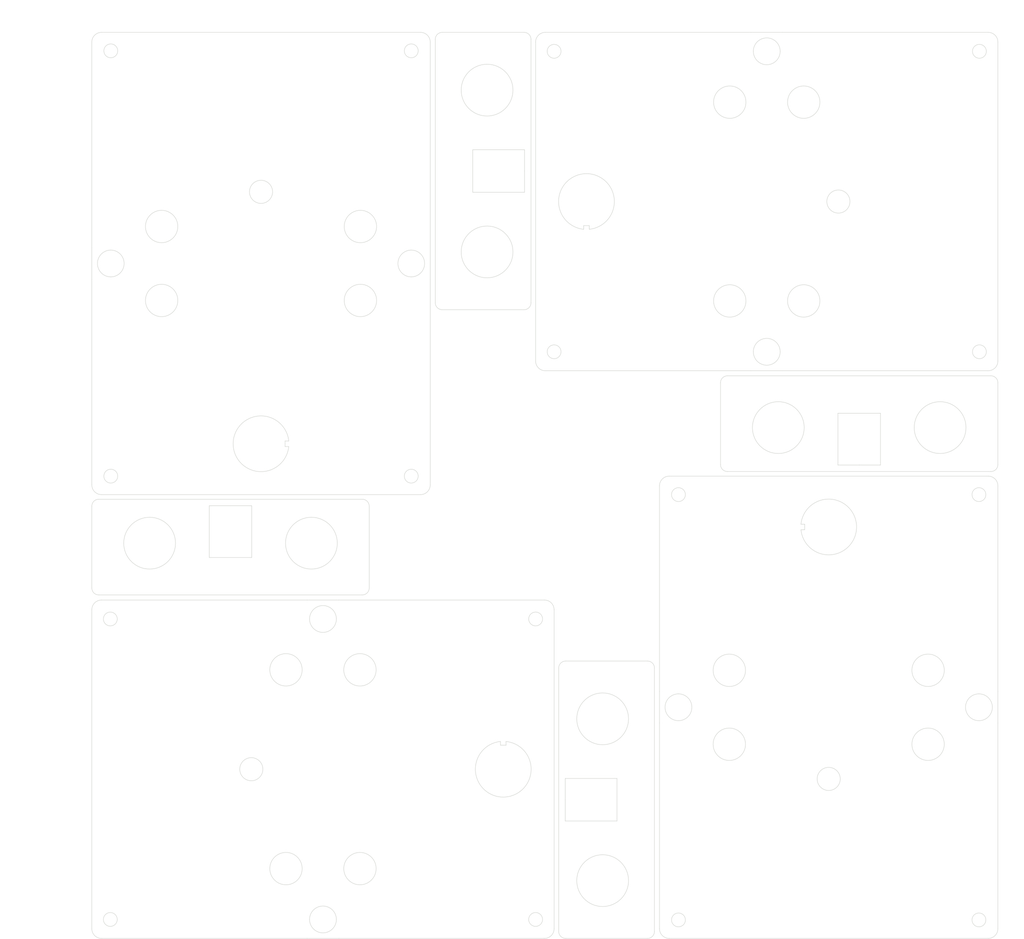
<source format=kicad_pcb>
(kicad_pcb (version 20171130) (host pcbnew "(5.1.6)-1")

  (general
    (thickness 1.6)
    (drawings 288)
    (tracks 0)
    (zones 0)
    (modules 0)
    (nets 1)
  )

  (page A4)
  (layers
    (0 F.Cu signal)
    (31 B.Cu signal)
    (32 B.Adhes user)
    (33 F.Adhes user)
    (34 B.Paste user)
    (35 F.Paste user)
    (36 B.SilkS user)
    (37 F.SilkS user)
    (38 B.Mask user)
    (39 F.Mask user)
    (40 Dwgs.User user)
    (41 Cmts.User user)
    (42 Eco1.User user hide)
    (43 Eco2.User user)
    (44 Edge.Cuts user)
    (45 Margin user)
    (46 B.CrtYd user)
    (47 F.CrtYd user)
    (48 B.Fab user)
    (49 F.Fab user)
  )

  (setup
    (last_trace_width 0.25)
    (user_trace_width 0.3)
    (user_trace_width 0.4)
    (user_trace_width 0.5)
    (user_trace_width 0.75)
    (user_trace_width 1)
    (user_trace_width 2)
    (user_trace_width 3)
    (user_trace_width 0.3)
    (user_trace_width 0.4)
    (user_trace_width 0.5)
    (user_trace_width 0.75)
    (user_trace_width 1)
    (user_trace_width 2)
    (user_trace_width 3)
    (user_trace_width 0.3)
    (user_trace_width 0.4)
    (user_trace_width 0.5)
    (user_trace_width 0.75)
    (user_trace_width 1)
    (user_trace_width 2)
    (user_trace_width 3)
    (trace_clearance 0.2)
    (zone_clearance 0.5)
    (zone_45_only yes)
    (trace_min 0.16)
    (via_size 0.8)
    (via_drill 0.4)
    (via_min_size 0.4)
    (via_min_drill 0.3)
    (user_via 0.65 0.3)
    (user_via 0.65 0.3)
    (user_via 0.65 0.3)
    (uvia_size 0.3)
    (uvia_drill 0.1)
    (uvias_allowed no)
    (uvia_min_size 0.2)
    (uvia_min_drill 0.1)
    (edge_width 0.1)
    (segment_width 0.2)
    (pcb_text_width 0.3)
    (pcb_text_size 1.5 1.5)
    (mod_edge_width 0.15)
    (mod_text_size 1 1)
    (mod_text_width 0.15)
    (pad_size 5.5 5.5)
    (pad_drill 3.2)
    (pad_to_mask_clearance 0.05)
    (aux_axis_origin 110.9 49)
    (grid_origin 110.9 49)
    (visible_elements 7FFFFFFF)
    (pcbplotparams
      (layerselection 0x01000_7ffffffe)
      (usegerberextensions false)
      (usegerberattributes false)
      (usegerberadvancedattributes false)
      (creategerberjobfile false)
      (excludeedgelayer true)
      (linewidth 0.100000)
      (plotframeref false)
      (viasonmask false)
      (mode 1)
      (useauxorigin true)
      (hpglpennumber 1)
      (hpglpenspeed 20)
      (hpglpendiameter 15.000000)
      (psnegative false)
      (psa4output false)
      (plotreference true)
      (plotvalue true)
      (plotinvisibletext false)
      (padsonsilk false)
      (subtractmaskfromsilk true)
      (outputformat 3)
      (mirror false)
      (drillshape 0)
      (scaleselection 1)
      (outputdirectory "アクリル/"))
  )

  (net 0 "")

  (net_class Default "これはデフォルトのネット クラスです。"
    (clearance 0.2)
    (trace_width 0.25)
    (via_dia 0.8)
    (via_drill 0.4)
    (uvia_dia 0.3)
    (uvia_drill 0.1)
  )

  (dimension 196 (width 0.15) (layer Cmts.User)
    (gr_text "196.000 mm" (at 208.9 44.8) (layer Cmts.User)
      (effects (font (size 1 1) (thickness 0.15)))
    )
    (feature1 (pts (xy 110.9 242.9) (xy 110.9 45.513579)))
    (feature2 (pts (xy 306.9 242.9) (xy 306.9 45.513579)))
    (crossbar (pts (xy 306.9 46.1) (xy 110.9 46.1)))
    (arrow1a (pts (xy 110.9 46.1) (xy 112.026504 45.513579)))
    (arrow1b (pts (xy 110.9 46.1) (xy 112.026504 46.686421)))
    (arrow2a (pts (xy 306.9 46.1) (xy 305.773496 45.513579)))
    (arrow2b (pts (xy 306.9 46.1) (xy 305.773496 46.686421)))
  )
  (dimension 196 (width 0.15) (layer Cmts.User)
    (gr_text "196.000 mm" (at 311.2 147 270) (layer Cmts.User)
      (effects (font (size 1 1) (thickness 0.15)))
    )
    (feature1 (pts (xy 113 245) (xy 310.486421 245)))
    (feature2 (pts (xy 113 49) (xy 310.486421 49)))
    (crossbar (pts (xy 309.9 49) (xy 309.9 245)))
    (arrow1a (pts (xy 309.9 245) (xy 309.313579 243.873496)))
    (arrow1b (pts (xy 309.9 245) (xy 310.486421 243.873496)))
    (arrow2a (pts (xy 309.9 49) (xy 309.313579 50.126504)))
    (arrow2b (pts (xy 309.9 49) (xy 310.486421 50.126504)))
  )
  (gr_arc (start 304.8 147.1) (end 306.9 147.1) (angle -90) (layer Edge.Cuts) (width 0.1) (tstamp 600BA104))
  (gr_arc (start 235.8 242.9) (end 233.7 242.9) (angle -90) (layer Edge.Cuts) (width 0.1) (tstamp 600BA103))
  (gr_line (start 304.8 145) (end 235.8 145) (layer Edge.Cuts) (width 0.1) (tstamp 600BA102))
  (gr_circle (center 302.8 241) (end 301.3 241) (layer Edge.Cuts) (width 0.1) (tstamp 600BA101))
  (gr_arc (start 304.8 242.9) (end 304.8 245) (angle -90) (layer Edge.Cuts) (width 0.1) (tstamp 600BA100))
  (gr_circle (center 237.8 149) (end 236.3 149) (layer Edge.Cuts) (width 0.1) (tstamp 600BA0FF))
  (gr_line (start 235.8 245) (end 304.8 245) (layer Edge.Cuts) (width 0.1) (tstamp 600BA0FE))
  (gr_line (start 233.7 198.4) (end 233.7 242.9) (layer Edge.Cuts) (width 0.1) (tstamp 600BA0FD))
  (gr_arc (start 235.8 147.1) (end 235.8 145) (angle -90) (layer Edge.Cuts) (width 0.1) (tstamp 600BA0FC))
  (gr_circle (center 248.8 187) (end 245.3 187) (layer Edge.Cuts) (width 0.1) (tstamp 600BA0FB))
  (gr_circle (center 248.8 203) (end 245.3 203) (layer Edge.Cuts) (width 0.1) (tstamp 600BA0FA))
  (gr_line (start 306.9 198.4) (end 306.9 191.6) (layer Edge.Cuts) (width 0.1) (tstamp 600BA0F9))
  (gr_line (start 233.7 198.4) (end 233.7 191.6) (layer Edge.Cuts) (width 0.1) (tstamp 600BA0F8))
  (gr_circle (center 291.8 203) (end 288.3 203) (layer Edge.Cuts) (width 0.1) (tstamp 600BA0F7))
  (gr_circle (center 291.8 187) (end 288.3 187) (layer Edge.Cuts) (width 0.1) (tstamp 600BA0F6))
  (gr_arc (start 237.8 195) (end 237.8 192.1) (angle -180) (layer Edge.Cuts) (width 0.1) (tstamp 600BA0F5))
  (gr_arc (start 302.8 195) (end 302.8 197.9) (angle -180) (layer Edge.Cuts) (width 0.1) (tstamp 600BA0F4))
  (gr_arc (start 302.8 195) (end 302.8 192.1) (angle -180) (layer Edge.Cuts) (width 0.1) (tstamp 600BA0F3))
  (gr_line (start 306.9 147.1) (end 306.9 191.6) (layer Edge.Cuts) (width 0.1) (tstamp 600BA0F2))
  (gr_line (start 306.9 198.4) (end 306.9 242.9) (layer Edge.Cuts) (width 0.1) (tstamp 600BA0F1))
  (gr_circle (center 302.8 149) (end 304.3 149) (layer Edge.Cuts) (width 0.1) (tstamp 600BA0F0))
  (gr_line (start 233.7 191.6) (end 233.7 147.1) (layer Edge.Cuts) (width 0.1) (tstamp 600BA0EF))
  (gr_arc (start 237.8 195) (end 237.8 197.9) (angle -180) (layer Edge.Cuts) (width 0.1) (tstamp 600BA0EE))
  (gr_circle (center 237.8 241) (end 236.3 241) (layer Edge.Cuts) (width 0.1) (tstamp 600BA0ED))
  (gr_line (start 217.3 91.599999) (end 217.3 90.8) (layer Edge.Cuts) (width 0.1) (tstamp 600BA0EC))
  (gr_line (start 209 49) (end 253.5 49) (layer Edge.Cuts) (width 0.1) (tstamp 600BA0EB))
  (gr_line (start 305.4 144) (end 248.4 144) (layer Edge.Cuts) (width 0.1) (tstamp 600BA0EA))
  (gr_arc (start 256.9 53.1) (end 254 53.1) (angle -180) (layer Edge.Cuts) (width 0.1) (tstamp 600BA0E9))
  (gr_line (start 253.5 122.2) (end 209 122.2) (layer Edge.Cuts) (width 0.1) (tstamp 600BA0E8))
  (gr_line (start 248.4 123.3) (end 305.4 123.3) (layer Edge.Cuts) (width 0.1) (tstamp 600BA0E7))
  (gr_arc (start 256.9 118.1) (end 254 118.1) (angle -180) (layer Edge.Cuts) (width 0.1) (tstamp 600BA0E6))
  (gr_line (start 281.5 131.4) (end 272.3 131.4) (layer Edge.Cuts) (width 0.1) (tstamp 600BA0E5))
  (gr_line (start 272.3 131.4) (end 272.3 142.6) (layer Edge.Cuts) (width 0.1) (tstamp 600BA0E4))
  (gr_line (start 276.9 142.6) (end 281.5 142.6) (layer Edge.Cuts) (width 0.1) (tstamp 600BA0E3))
  (gr_arc (start 217.9 85.6) (end 218.5 91.599999) (angle -348.5788118) (layer Edge.Cuts) (width 0.1) (tstamp 600BA0E2))
  (gr_circle (center 210.9 53.1) (end 210.9 51.6) (layer Edge.Cuts) (width 0.1) (tstamp 600BA0E1))
  (gr_arc (start 256.9 118.1) (end 259.8 118.1) (angle -180) (layer Edge.Cuts) (width 0.1) (tstamp 600BA0E0))
  (gr_line (start 272.3 142.6) (end 276.9 142.6) (layer Edge.Cuts) (width 0.1) (tstamp 600BA0DF))
  (gr_line (start 260.3 122.2) (end 253.5 122.2) (layer Edge.Cuts) (width 0.1) (tstamp 600BA0DE))
  (gr_arc (start 256.9 53.1) (end 259.8 53.1) (angle -180) (layer Edge.Cuts) (width 0.1) (tstamp 600BA0DD))
  (gr_line (start 246.9 142.5) (end 246.9 124.8) (layer Edge.Cuts) (width 0.1) (tstamp 600BA0DC))
  (gr_line (start 260.3 49) (end 304.8 49) (layer Edge.Cuts) (width 0.1) (tstamp 600BA0DB))
  (gr_line (start 260.3 49) (end 253.5 49) (layer Edge.Cuts) (width 0.1) (tstamp 600BA0DA))
  (gr_circle (center 264.9 64.1) (end 264.9 67.6) (layer Edge.Cuts) (width 0.1) (tstamp 600BA0D9))
  (gr_circle (center 248.9 64.1) (end 248.9 67.6) (layer Edge.Cuts) (width 0.1) (tstamp 600BA0D8))
  (gr_circle (center 302.9 118.1) (end 302.9 119.6) (layer Edge.Cuts) (width 0.1) (tstamp 600BA0D7))
  (gr_arc (start 248.4 124.8) (end 248.4 123.3) (angle -90) (layer Edge.Cuts) (width 0.1) (tstamp 600BA0D6))
  (gr_line (start 264.300001 155.4) (end 265.1 155.4) (layer Edge.Cuts) (width 0.1) (tstamp 600BA0D5))
  (gr_line (start 224.5 219.6) (end 224.5 210.4) (layer Edge.Cuts) (width 0.1) (tstamp 600BA0D4))
  (gr_line (start 213.3 210.4) (end 213.3 215) (layer Edge.Cuts) (width 0.1) (tstamp 600BA0D3))
  (gr_line (start 224.5 210.4) (end 213.3 210.4) (layer Edge.Cuts) (width 0.1) (tstamp 600BA0D2))
  (gr_line (start 211.9 243.5) (end 211.9 186.5) (layer Edge.Cuts) (width 0.1) (tstamp 600BA0D1))
  (gr_arc (start 270.3 156) (end 264.300001 156.6) (angle -348.5788118) (layer Edge.Cuts) (width 0.1) (tstamp 600BA0D0))
  (gr_line (start 213.3 215) (end 213.3 219.6) (layer Edge.Cuts) (width 0.1) (tstamp 600BA0CF))
  (gr_line (start 213.4 185) (end 231.1 185) (layer Edge.Cuts) (width 0.1) (tstamp 600BA0CE))
  (gr_arc (start 231.1 186.5) (end 232.6 186.5) (angle -90) (layer Edge.Cuts) (width 0.1) (tstamp 600BA0CD))
  (gr_line (start 232.6 186.5) (end 232.6 243.5) (layer Edge.Cuts) (width 0.1) (tstamp 600BA0CC))
  (gr_arc (start 213.4 243.5) (end 211.9 243.5) (angle -90) (layer Edge.Cuts) (width 0.1) (tstamp 600BA0CB))
  (gr_arc (start 231.1 243.5) (end 231.1 245) (angle -90) (layer Edge.Cuts) (width 0.1) (tstamp 600BA0CA))
  (gr_circle (center 270.3 210.5) (end 267.8 210.5) (layer Edge.Cuts) (width 0.1) (tstamp 600BA0C9))
  (gr_line (start 265.1 156.6) (end 264.300001 156.6) (layer Edge.Cuts) (width 0.1) (tstamp 600BA0C8))
  (gr_line (start 213.3 219.6) (end 224.5 219.6) (layer Edge.Cuts) (width 0.1) (tstamp 600BA0C7))
  (gr_line (start 265.1 155.4) (end 265.1 156.6) (layer Edge.Cuts) (width 0.1) (tstamp 600BA0C6))
  (gr_line (start 213.4 245) (end 231.1 245) (layer Edge.Cuts) (width 0.1) (tstamp 600BA0C5))
  (gr_arc (start 213.4 186.5) (end 213.4 185) (angle -90) (layer Edge.Cuts) (width 0.1) (tstamp 600BA0C4))
  (gr_arc (start 305.4 142.5) (end 305.4 144) (angle -90) (layer Edge.Cuts) (width 0.1) (tstamp 600BA0C3))
  (gr_arc (start 305.4 124.8) (end 306.9 124.8) (angle -90) (layer Edge.Cuts) (width 0.1) (tstamp 600BA0C2))
  (gr_circle (center 272.4 85.6) (end 272.4 88.1) (layer Edge.Cuts) (width 0.1) (tstamp 600BA0C1))
  (gr_line (start 218.5 90.8) (end 218.5 91.599999) (layer Edge.Cuts) (width 0.1) (tstamp 600BA0C0))
  (gr_line (start 281.5 142.6) (end 281.5 131.4) (layer Edge.Cuts) (width 0.1) (tstamp 600BA0BF))
  (gr_line (start 217.3 90.8) (end 218.5 90.8) (layer Edge.Cuts) (width 0.1) (tstamp 600BA0BE))
  (gr_arc (start 248.4 142.5) (end 246.9 142.5) (angle -90) (layer Edge.Cuts) (width 0.1) (tstamp 600BA0BD))
  (gr_line (start 306.9 142.5) (end 306.9 124.8) (layer Edge.Cuts) (width 0.1) (tstamp 600BA0BC))
  (gr_circle (center 294.4 134.5) (end 294.4 128.9) (layer Edge.Cuts) (width 0.1) (tstamp 600BA0BB))
  (gr_circle (center 259.4 134.5) (end 259.4 128.9) (layer Edge.Cuts) (width 0.1) (tstamp 600BA0BA))
  (gr_line (start 206.9 51.1) (end 206.9 120.1) (layer Edge.Cuts) (width 0.1) (tstamp 600BA0B9))
  (gr_circle (center 210.9 118.1) (end 210.9 119.6) (layer Edge.Cuts) (width 0.1) (tstamp 600BA0B8))
  (gr_arc (start 209 51.1) (end 209 49) (angle -90) (layer Edge.Cuts) (width 0.1) (tstamp 600BA0B7))
  (gr_arc (start 304.8 120.1) (end 304.8 122.2) (angle -90) (layer Edge.Cuts) (width 0.1) (tstamp 600BA0B6))
  (gr_arc (start 304.8 51.1) (end 306.9 51.1) (angle -90) (layer Edge.Cuts) (width 0.1) (tstamp 600BA0B5))
  (gr_circle (center 264.9 107.1) (end 264.9 110.6) (layer Edge.Cuts) (width 0.1) (tstamp 600BA0B4))
  (gr_line (start 306.9 120.1) (end 306.9 51.1) (layer Edge.Cuts) (width 0.1) (tstamp 600BA0B3))
  (gr_circle (center 302.9 53.1) (end 302.9 54.6) (layer Edge.Cuts) (width 0.1) (tstamp 600BA0B2))
  (gr_circle (center 248.9 107.1) (end 248.9 110.6) (layer Edge.Cuts) (width 0.1) (tstamp 600BA0B1))
  (gr_arc (start 209 120.1) (end 206.9 120.1) (angle -90) (layer Edge.Cuts) (width 0.1) (tstamp 600BA0B0))
  (gr_line (start 260.3 122.2) (end 304.8 122.2) (layer Edge.Cuts) (width 0.1) (tstamp 600BA0AF))
  (gr_circle (center 221.4 197.5) (end 227 197.5) (layer Edge.Cuts) (width 0.1) (tstamp 600BA0AE))
  (gr_circle (center 221.4 232.5) (end 227 232.5) (layer Edge.Cuts) (width 0.1) (tstamp 600BA0AD))
  (gr_arc (start 208.8 242.9) (end 208.8 245) (angle -90) (layer Edge.Cuts) (width 0.1) (tstamp 600B9F77))
  (gr_arc (start 113 173.9) (end 113 171.8) (angle -90) (layer Edge.Cuts) (width 0.1) (tstamp 600B9F76))
  (gr_line (start 210.9 242.9) (end 210.9 173.9) (layer Edge.Cuts) (width 0.1) (tstamp 600B9F75))
  (gr_circle (center 114.9 240.9) (end 114.9 239.4) (layer Edge.Cuts) (width 0.1) (tstamp 600B9F74))
  (gr_arc (start 113 242.9) (end 110.9 242.9) (angle -90) (layer Edge.Cuts) (width 0.1) (tstamp 600B9F73))
  (gr_circle (center 206.9 175.9) (end 206.9 174.4) (layer Edge.Cuts) (width 0.1) (tstamp 600B9F72))
  (gr_line (start 110.9 173.9) (end 110.9 242.9) (layer Edge.Cuts) (width 0.1) (tstamp 600B9F71))
  (gr_line (start 157.5 171.8) (end 113 171.8) (layer Edge.Cuts) (width 0.1) (tstamp 600B9F70))
  (gr_arc (start 208.8 173.9) (end 210.9 173.9) (angle -90) (layer Edge.Cuts) (width 0.1) (tstamp 600B9F6F))
  (gr_circle (center 168.9 186.9) (end 168.9 183.4) (layer Edge.Cuts) (width 0.1) (tstamp 600B9F6E))
  (gr_circle (center 152.9 186.9) (end 152.9 183.4) (layer Edge.Cuts) (width 0.1) (tstamp 600B9F6D))
  (gr_line (start 157.5 245) (end 164.3 245) (layer Edge.Cuts) (width 0.1) (tstamp 600B9F6C))
  (gr_line (start 157.5 171.8) (end 164.3 171.8) (layer Edge.Cuts) (width 0.1) (tstamp 600B9F6B))
  (gr_circle (center 152.9 229.9) (end 152.9 226.4) (layer Edge.Cuts) (width 0.1) (tstamp 600B9F6A))
  (gr_circle (center 168.9 229.9) (end 168.9 226.4) (layer Edge.Cuts) (width 0.1) (tstamp 600B9F69))
  (gr_arc (start 160.9 175.9) (end 163.8 175.9) (angle -180) (layer Edge.Cuts) (width 0.1) (tstamp 600B9F68))
  (gr_arc (start 160.9 240.9) (end 158 240.9) (angle -180) (layer Edge.Cuts) (width 0.1) (tstamp 600B9F67))
  (gr_arc (start 160.9 240.9) (end 163.8 240.9) (angle -180) (layer Edge.Cuts) (width 0.1) (tstamp 600B9F66))
  (gr_line (start 208.8 245) (end 164.3 245) (layer Edge.Cuts) (width 0.1) (tstamp 600B9F65))
  (gr_line (start 157.5 245) (end 113 245) (layer Edge.Cuts) (width 0.1) (tstamp 600B9F64))
  (gr_circle (center 206.9 240.9) (end 206.9 242.4) (layer Edge.Cuts) (width 0.1) (tstamp 600B9F63))
  (gr_line (start 164.3 171.8) (end 208.8 171.8) (layer Edge.Cuts) (width 0.1) (tstamp 600B9F62))
  (gr_arc (start 160.9 175.9) (end 158 175.9) (angle -180) (layer Edge.Cuts) (width 0.1) (tstamp 600B9F61))
  (gr_circle (center 114.9 175.9) (end 114.9 174.4) (layer Edge.Cuts) (width 0.1) (tstamp 600B9F60))
  (gr_line (start 200.5 202.400001) (end 200.5 203.2) (layer Edge.Cuts) (width 0.1) (tstamp 600B9F5F))
  (gr_line (start 136.3 162.6) (end 145.5 162.6) (layer Edge.Cuts) (width 0.1) (tstamp 600B9F5E))
  (gr_line (start 145.5 151.4) (end 140.9 151.4) (layer Edge.Cuts) (width 0.1) (tstamp 600B9F5D))
  (gr_line (start 145.5 162.6) (end 145.5 151.4) (layer Edge.Cuts) (width 0.1) (tstamp 600B9F5C))
  (gr_line (start 112.4 150) (end 169.4 150) (layer Edge.Cuts) (width 0.1) (tstamp 600B9F5B))
  (gr_arc (start 199.9 208.4) (end 199.3 202.400001) (angle -348.5788118) (layer Edge.Cuts) (width 0.1) (tstamp 600B9F5A))
  (gr_line (start 140.9 151.4) (end 136.3 151.4) (layer Edge.Cuts) (width 0.1) (tstamp 600B9F59))
  (gr_line (start 170.9 151.5) (end 170.9 169.2) (layer Edge.Cuts) (width 0.1) (tstamp 600B9F58))
  (gr_arc (start 169.4 169.2) (end 169.4 170.7) (angle -90) (layer Edge.Cuts) (width 0.1) (tstamp 600B9F57))
  (gr_line (start 169.4 170.7) (end 112.4 170.7) (layer Edge.Cuts) (width 0.1) (tstamp 600B9F56))
  (gr_arc (start 112.4 151.5) (end 112.4 150) (angle -90) (layer Edge.Cuts) (width 0.1) (tstamp 600B9F55))
  (gr_arc (start 112.4 169.2) (end 110.9 169.2) (angle -90) (layer Edge.Cuts) (width 0.1) (tstamp 600B9F54))
  (gr_circle (center 145.4 208.4) (end 145.4 205.9) (layer Edge.Cuts) (width 0.1) (tstamp 600B9F53))
  (gr_line (start 199.3 203.2) (end 199.3 202.400001) (layer Edge.Cuts) (width 0.1) (tstamp 600B9F52))
  (gr_line (start 136.3 151.4) (end 136.3 162.6) (layer Edge.Cuts) (width 0.1) (tstamp 600B9F51))
  (gr_line (start 200.5 203.2) (end 199.3 203.2) (layer Edge.Cuts) (width 0.1) (tstamp 600B9F50))
  (gr_line (start 110.9 151.5) (end 110.9 169.2) (layer Edge.Cuts) (width 0.1) (tstamp 600B9F4F))
  (gr_arc (start 169.4 151.5) (end 170.9 151.5) (angle -90) (layer Edge.Cuts) (width 0.1) (tstamp 600B9F4E))
  (gr_circle (center 158.4 159.5) (end 158.4 165.1) (layer Edge.Cuts) (width 0.1) (tstamp 600B9F4D))
  (gr_circle (center 123.4 159.5) (end 123.4 165.1) (layer Edge.Cuts) (width 0.1) (tstamp 600B9F4C))
  (dimension 95 (width 0.15) (layer Dwgs.User)
    (gr_text "95.000 mm" (at 158.4 42.7) (layer Dwgs.User)
      (effects (font (size 1 1) (thickness 0.15)))
    )
    (feature1 (pts (xy 205.9 51.1) (xy 205.9 43.413579)))
    (feature2 (pts (xy 110.9 51.1) (xy 110.9 43.413579)))
    (crossbar (pts (xy 110.9 44) (xy 205.9 44)))
    (arrow1a (pts (xy 205.9 44) (xy 204.773496 44.586421)))
    (arrow1b (pts (xy 205.9 44) (xy 204.773496 43.413579)))
    (arrow2a (pts (xy 110.9 44) (xy 112.026504 44.586421)))
    (arrow2b (pts (xy 110.9 44) (xy 112.026504 43.413579)))
  )
  (gr_circle (center 196.4 61.5) (end 190.8 61.5) (layer Edge.Cuts) (width 0.1))
  (gr_circle (center 196.4 96.5) (end 190.8 96.5) (layer Edge.Cuts) (width 0.1))
  (dimension 17.5 (width 0.15) (layer Dwgs.User)
    (gr_text "17.500 mm" (at 209.2 87.75 270) (layer Dwgs.User)
      (effects (font (size 1 1) (thickness 0.15)))
    )
    (feature1 (pts (xy 196.4 96.5) (xy 208.486421 96.5)))
    (feature2 (pts (xy 196.4 79) (xy 208.486421 79)))
    (crossbar (pts (xy 207.9 79) (xy 207.9 96.5)))
    (arrow1a (pts (xy 207.9 96.5) (xy 207.313579 95.373496)))
    (arrow1b (pts (xy 207.9 96.5) (xy 208.486421 95.373496)))
    (arrow2a (pts (xy 207.9 79) (xy 207.313579 80.126504)))
    (arrow2b (pts (xy 207.9 79) (xy 208.486421 80.126504)))
  )
  (dimension 17.5 (width 0.15) (layer Dwgs.User)
    (gr_text "17.500 mm" (at 209.2 70.25 270) (layer Dwgs.User)
      (effects (font (size 1 1) (thickness 0.15)))
    )
    (feature1 (pts (xy 196.4 79) (xy 208.486421 79)))
    (feature2 (pts (xy 196.4 61.5) (xy 208.486421 61.5)))
    (crossbar (pts (xy 207.9 61.5) (xy 207.9 79)))
    (arrow1a (pts (xy 207.9 79) (xy 207.313579 77.873496)))
    (arrow1b (pts (xy 207.9 79) (xy 208.486421 77.873496)))
    (arrow2a (pts (xy 207.9 61.5) (xy 207.313579 62.626504)))
    (arrow2b (pts (xy 207.9 61.5) (xy 208.486421 62.626504)))
  )
  (dimension 20.7 (width 0.15) (layer Dwgs.User)
    (gr_text "20.700 mm" (at 195.55 45.8) (layer Dwgs.User)
      (effects (font (size 1 1) (thickness 0.15)))
    )
    (feature1 (pts (xy 205.9 50.5) (xy 205.9 46.513579)))
    (feature2 (pts (xy 185.2 50.5) (xy 185.2 46.513579)))
    (crossbar (pts (xy 185.2 47.1) (xy 205.9 47.1)))
    (arrow1a (pts (xy 205.9 47.1) (xy 204.773496 47.686421)))
    (arrow1b (pts (xy 205.9 47.1) (xy 204.773496 46.513579)))
    (arrow2a (pts (xy 185.2 47.1) (xy 186.326504 47.686421)))
    (arrow2b (pts (xy 185.2 47.1) (xy 186.326504 46.513579)))
  )
  (dimension 73.2 (width 0.15) (layer Dwgs.User)
    (gr_text "73.200 mm" (at 147.5 45.8) (layer Dwgs.User)
      (effects (font (size 1 1) (thickness 0.15)))
    )
    (feature1 (pts (xy 110.9 51.1) (xy 110.9 46.513579)))
    (feature2 (pts (xy 184.1 51.1) (xy 184.1 46.513579)))
    (crossbar (pts (xy 184.1 47.1) (xy 110.9 47.1)))
    (arrow1a (pts (xy 110.9 47.1) (xy 112.026504 46.513579)))
    (arrow1b (pts (xy 110.9 47.1) (xy 112.026504 47.686421)))
    (arrow2a (pts (xy 184.1 47.1) (xy 182.973496 46.513579)))
    (arrow2b (pts (xy 184.1 47.1) (xy 182.973496 47.686421)))
  )
  (gr_line (start 152.7 137.4) (end 153.499999 137.4) (layer Edge.Cuts) (width 0.1) (tstamp 5F34C8E6))
  (gr_line (start 152.7 138.6) (end 152.7 137.4) (layer Edge.Cuts) (width 0.1))
  (gr_line (start 153.499999 138.6) (end 152.7 138.6) (layer Edge.Cuts) (width 0.1))
  (gr_arc (start 147.5 138) (end 153.499999 137.4) (angle -348.5788118) (layer Edge.Cuts) (width 0.1))
  (gr_circle (center 147.5 138) (end 141.5 138) (layer Dwgs.User) (width 0.15))
  (gr_circle (center 147.5 83.5) (end 150 83.5) (layer Edge.Cuts) (width 0.1))
  (gr_line (start 204.5 83.6) (end 204.5 79) (layer Edge.Cuts) (width 0.1) (tstamp 5EFD3AAC))
  (gr_line (start 193.3 83.6) (end 204.5 83.6) (layer Edge.Cuts) (width 0.1))
  (gr_line (start 193.3 74.4) (end 193.3 83.6) (layer Edge.Cuts) (width 0.1))
  (gr_line (start 204.5 74.4) (end 193.3 74.4) (layer Edge.Cuts) (width 0.1))
  (gr_line (start 204.5 79) (end 204.5 74.4) (layer Edge.Cuts) (width 0.1))
  (gr_arc (start 186.7 50.5) (end 186.7 49) (angle -90) (layer Edge.Cuts) (width 0.1))
  (gr_arc (start 204.4 50.5) (end 205.9 50.5) (angle -90) (layer Edge.Cuts) (width 0.1))
  (gr_arc (start 204.4 107.5) (end 204.4 109) (angle -90) (layer Edge.Cuts) (width 0.1))
  (gr_arc (start 186.7 107.5) (end 185.2 107.5) (angle -90) (layer Edge.Cuts) (width 0.1))
  (gr_line (start 185.2 107.5) (end 185.2 50.5) (layer Edge.Cuts) (width 0.1))
  (gr_line (start 204.4 109) (end 186.7 109) (layer Edge.Cuts) (width 0.1))
  (gr_line (start 205.9 50.5) (end 205.9 107.5) (layer Edge.Cuts) (width 0.1))
  (gr_line (start 204.4 49) (end 186.7 49) (layer Edge.Cuts) (width 0.1))
  (gr_arc (start 180 99) (end 180 101.9) (angle -180) (layer Edge.Cuts) (width 0.1))
  (gr_line (start 184.1 95.6) (end 184.1 102.4) (layer Edge.Cuts) (width 0.1) (tstamp 5EF29EE4))
  (gr_line (start 110.9 95.6) (end 110.9 102.4) (layer Edge.Cuts) (width 0.1) (tstamp 5EF29ED5))
  (gr_arc (start 115 99) (end 115 96.1) (angle -180) (layer Edge.Cuts) (width 0.1))
  (gr_circle (center 126 91) (end 129.5 91) (layer Edge.Cuts) (width 0.1))
  (gr_circle (center 126 107) (end 129.5 107) (layer Edge.Cuts) (width 0.1))
  (gr_circle (center 169 107) (end 172.5 107) (layer Edge.Cuts) (width 0.1))
  (gr_circle (center 169 91) (end 172.5 91) (layer Edge.Cuts) (width 0.1))
  (gr_circle (center 126 91) (end 122.5 90.95) (layer Dwgs.User) (width 0.15))
  (gr_line (start 130.5 93.5) (end 130.5 88.5) (layer Dwgs.User) (width 0.15) (tstamp 5EED8B54))
  (gr_line (start 164.5 109.5) (end 181 109.5) (layer Dwgs.User) (width 0.15))
  (gr_line (start 164.5 104.5) (end 164.5 109.5) (layer Dwgs.User) (width 0.15))
  (gr_line (start 176 104.5) (end 164.5 104.5) (layer Dwgs.User) (width 0.15))
  (gr_line (start 176 103) (end 176 104.5) (layer Dwgs.User) (width 0.15))
  (gr_line (start 181 88.5) (end 180 88.5) (layer Dwgs.User) (width 0.15) (tstamp 5EEC7D2B))
  (gr_line (start 176 93.5) (end 176 95) (layer Dwgs.User) (width 0.15) (tstamp 5EEC7D2A))
  (gr_line (start 164.5 93.5) (end 176 93.5) (layer Dwgs.User) (width 0.15))
  (gr_line (start 164.5 88.5) (end 164.5 93.5) (layer Dwgs.User) (width 0.15))
  (gr_line (start 180 88.5) (end 164.5 88.5) (layer Dwgs.User) (width 0.15))
  (gr_line (start 119 103) (end 119 104.5) (layer Dwgs.User) (width 0.15) (tstamp 5EEC7D26))
  (gr_line (start 130.5 109.5) (end 114 109.5) (layer Dwgs.User) (width 0.15))
  (gr_line (start 130.5 104.5) (end 130.5 109.5) (layer Dwgs.User) (width 0.15))
  (gr_line (start 119 104.5) (end 130.5 104.5) (layer Dwgs.User) (width 0.15))
  (gr_line (start 130.5 88.5) (end 114 88.5) (layer Dwgs.User) (width 0.15))
  (gr_line (start 126 93.5) (end 130.5 93.5) (layer Dwgs.User) (width 0.15))
  (gr_line (start 119 93.5) (end 119 95) (layer Dwgs.User) (width 0.15) (tstamp 5EEC7D25))
  (gr_line (start 126 93.5) (end 119 93.5) (layer Dwgs.User) (width 0.15))
  (gr_line (start 124.5 121.5) (end 124.5 141) (layer Dwgs.User) (width 0.15) (tstamp 5EDE6C6F))
  (gr_line (start 114 118.5) (end 127.5 118.5) (layer Dwgs.User) (width 0.15))
  (gr_line (start 127.5 146) (end 127.5 118.5) (layer Dwgs.User) (width 0.15))
  (gr_line (start 124.5 121.5) (end 114 121.5) (layer Dwgs.User) (width 0.15))
  (gr_line (start 119 141) (end 124.5 141) (layer Dwgs.User) (width 0.15))
  (gr_line (start 111 99) (end 184 99) (layer Dwgs.User) (width 0.15))
  (gr_line (start 114 141) (end 114 130) (layer Dwgs.User) (width 0.15) (tstamp 5EC77A6E))
  (gr_line (start 119 141) (end 119 146) (layer Dwgs.User) (width 0.15))
  (gr_line (start 114 141) (end 119 141) (layer Dwgs.User) (width 0.15))
  (gr_line (start 176 141) (end 181 141) (layer Dwgs.User) (width 0.15))
  (gr_line (start 176 146) (end 176 141) (layer Dwgs.User) (width 0.15))
  (gr_line (start 176 103) (end 181 103) (layer Dwgs.User) (width 0.15))
  (gr_line (start 176 95) (end 176 103) (layer Dwgs.User) (width 0.15))
  (gr_line (start 181 95) (end 176 95) (layer Dwgs.User) (width 0.15))
  (gr_line (start 119 103) (end 114 103) (layer Dwgs.User) (width 0.15))
  (gr_line (start 119 95) (end 119 103) (layer Dwgs.User) (width 0.15))
  (gr_line (start 114 95) (end 119 95) (layer Dwgs.User) (width 0.15))
  (gr_line (start 181 141) (end 181 130) (layer Dwgs.User) (width 0.15) (tstamp 5EC765D5))
  (gr_line (start 181 130) (end 146 130) (layer Dwgs.User) (width 0.15) (tstamp 5EC75C1F))
  (gr_line (start 114 127) (end 181 127) (layer Dwgs.User) (width 0.15))
  (gr_line (start 146 130) (end 114 130) (layer Dwgs.User) (width 0.15))
  (gr_line (start 181 95) (end 181 75) (layer Dwgs.User) (width 0.15) (tstamp 5EC75B5A))
  (gr_line (start 181 127) (end 181 103) (layer Dwgs.User) (width 0.15))
  (gr_line (start 119 146) (end 176 146) (layer Dwgs.User) (width 0.15))
  (gr_line (start 114 103) (end 114 127) (layer Dwgs.User) (width 0.15))
  (gr_line (start 114 75) (end 114 95) (layer Dwgs.User) (width 0.15))
  (dimension 50 (width 0.15) (layer Dwgs.User)
    (gr_text "50.000 mm" (at 94.7 74 270) (layer Dwgs.User)
      (effects (font (size 1 1) (thickness 0.15)))
    )
    (feature1 (pts (xy 111 99) (xy 95.413579 99)))
    (feature2 (pts (xy 111 49) (xy 95.413579 49)))
    (crossbar (pts (xy 96 49) (xy 96 99)))
    (arrow1a (pts (xy 96 99) (xy 95.413579 97.873496)))
    (arrow1b (pts (xy 96 99) (xy 96.586421 97.873496)))
    (arrow2a (pts (xy 96 49) (xy 95.413579 50.126504)))
    (arrow2b (pts (xy 96 49) (xy 96.586421 50.126504)))
  )
  (gr_line (start 176 57) (end 176 49) (layer Dwgs.User) (width 0.15))
  (gr_line (start 181 57) (end 176 57) (layer Dwgs.User) (width 0.15))
  (gr_line (start 181 75) (end 181 57) (layer Dwgs.User) (width 0.15))
  (gr_line (start 114 57) (end 114 75) (layer Dwgs.User) (width 0.15))
  (gr_line (start 119 57) (end 114 57) (layer Dwgs.User) (width 0.15))
  (gr_line (start 119 49) (end 119 57) (layer Dwgs.User) (width 0.15))
  (gr_line (start 182 49) (end 113 49) (layer Edge.Cuts) (width 0.1) (tstamp 5EF167F8))
  (gr_arc (start 113 51.1) (end 113 49) (angle -90) (layer Edge.Cuts) (width 0.1))
  (gr_line (start 184.1 95.6) (end 184.1 51.1) (layer Edge.Cuts) (width 0.1) (tstamp 5EF167F2))
  (gr_arc (start 182 146.9) (end 182 149) (angle -90) (layer Edge.Cuts) (width 0.1) (tstamp 5EF182D1))
  (gr_arc (start 182 51.1) (end 184.1 51.1) (angle -90) (layer Edge.Cuts) (width 0.1) (tstamp 5EF182B7))
  (gr_arc (start 113 146.9) (end 110.9 146.9) (angle -90) (layer Edge.Cuts) (width 0.1) (tstamp 5EF182C4))
  (gr_circle (center 115 53) (end 116.5 53) (layer Edge.Cuts) (width 0.1))
  (gr_circle (center 180 145) (end 181.5 145) (layer Edge.Cuts) (width 0.1))
  (gr_line (start 113 149) (end 182 149) (layer Edge.Cuts) (width 0.1) (tstamp 5EF172C2))
  (gr_line (start 110.9 95.6) (end 110.9 51.1) (layer Edge.Cuts) (width 0.1) (tstamp 5EF16E12))
  (gr_line (start 110.9 146.9) (end 110.9 102.4) (layer Edge.Cuts) (width 0.1) (tstamp 5EF16E0B))
  (gr_circle (center 180 53) (end 181.5 53) (layer Edge.Cuts) (width 0.1))
  (gr_circle (center 115 145) (end 113.5 145) (layer Edge.Cuts) (width 0.1))
  (gr_line (start 184.1 102.4) (end 184.1 146.9) (layer Edge.Cuts) (width 0.1) (tstamp 5EF16DFF))
  (gr_arc (start 180 99) (end 180 96.1) (angle -180) (layer Edge.Cuts) (width 0.1))
  (gr_arc (start 115 99) (end 115 101.9) (angle -180) (layer Edge.Cuts) (width 0.1))
  (gr_circle (center 126 91) (end 122.5 90.95) (layer Dwgs.User) (width 0.15))
  (gr_line (start 130.5 93.5) (end 130.5 88.5) (layer Dwgs.User) (width 0.15) (tstamp 5EED8B54))
  (gr_line (start 164.5 109.5) (end 181 109.5) (layer Dwgs.User) (width 0.15))
  (gr_line (start 164.5 104.5) (end 164.5 109.5) (layer Dwgs.User) (width 0.15))
  (gr_line (start 176 104.5) (end 164.5 104.5) (layer Dwgs.User) (width 0.15))
  (gr_line (start 176 103) (end 176 104.5) (layer Dwgs.User) (width 0.15))
  (gr_line (start 181 88.5) (end 180 88.5) (layer Dwgs.User) (width 0.15) (tstamp 5EEC7D2B))
  (gr_line (start 176 93.5) (end 176 95) (layer Dwgs.User) (width 0.15) (tstamp 5EEC7D2A))
  (gr_line (start 164.5 93.5) (end 176 93.5) (layer Dwgs.User) (width 0.15))
  (gr_line (start 164.5 88.5) (end 164.5 93.5) (layer Dwgs.User) (width 0.15))
  (gr_line (start 180 88.5) (end 164.5 88.5) (layer Dwgs.User) (width 0.15))
  (gr_line (start 119 103) (end 119 104.5) (layer Dwgs.User) (width 0.15) (tstamp 5EEC7D26))
  (gr_line (start 130.5 109.5) (end 114 109.5) (layer Dwgs.User) (width 0.15))
  (gr_line (start 130.5 104.5) (end 130.5 109.5) (layer Dwgs.User) (width 0.15))
  (gr_line (start 119 104.5) (end 130.5 104.5) (layer Dwgs.User) (width 0.15))
  (gr_line (start 130.5 88.5) (end 114 88.5) (layer Dwgs.User) (width 0.15))
  (gr_line (start 126 93.5) (end 130.5 93.5) (layer Dwgs.User) (width 0.15))
  (gr_line (start 119 93.5) (end 119 95) (layer Dwgs.User) (width 0.15) (tstamp 5EEC7D25))
  (gr_line (start 126 93.5) (end 119 93.5) (layer Dwgs.User) (width 0.15))
  (gr_line (start 124.5 121.5) (end 124.5 141) (layer Dwgs.User) (width 0.15) (tstamp 5EDE6C6F))
  (gr_line (start 114 118.5) (end 127.5 118.5) (layer Dwgs.User) (width 0.15))
  (gr_line (start 127.5 146) (end 127.5 118.5) (layer Dwgs.User) (width 0.15))
  (gr_line (start 124.5 121.5) (end 114 121.5) (layer Dwgs.User) (width 0.15))
  (gr_line (start 119 141) (end 124.5 141) (layer Dwgs.User) (width 0.15))
  (gr_line (start 111 99) (end 184 99) (layer Dwgs.User) (width 0.15))
  (gr_line (start 114 141) (end 114 130) (layer Dwgs.User) (width 0.15) (tstamp 5EC77A6E))
  (gr_line (start 119 141) (end 119 146) (layer Dwgs.User) (width 0.15))
  (gr_line (start 114 141) (end 119 141) (layer Dwgs.User) (width 0.15))
  (gr_line (start 176 141) (end 181 141) (layer Dwgs.User) (width 0.15))
  (gr_line (start 176 146) (end 176 141) (layer Dwgs.User) (width 0.15))
  (gr_line (start 176 103) (end 181 103) (layer Dwgs.User) (width 0.15))
  (gr_line (start 176 95) (end 176 103) (layer Dwgs.User) (width 0.15))
  (gr_line (start 181 95) (end 176 95) (layer Dwgs.User) (width 0.15))
  (gr_line (start 119 103) (end 114 103) (layer Dwgs.User) (width 0.15))
  (gr_line (start 119 95) (end 119 103) (layer Dwgs.User) (width 0.15))
  (gr_line (start 114 95) (end 119 95) (layer Dwgs.User) (width 0.15))
  (gr_line (start 181 141) (end 181 130) (layer Dwgs.User) (width 0.15) (tstamp 5EC765D5))
  (gr_line (start 181 130) (end 146 130) (layer Dwgs.User) (width 0.15) (tstamp 5EC75C1F))
  (gr_line (start 114 127) (end 181 127) (layer Dwgs.User) (width 0.15))
  (gr_line (start 146 130) (end 114 130) (layer Dwgs.User) (width 0.15))
  (gr_line (start 181 95) (end 181 75) (layer Dwgs.User) (width 0.15) (tstamp 5EC75B5A))
  (gr_line (start 181 127) (end 181 103) (layer Dwgs.User) (width 0.15))
  (gr_line (start 119 146) (end 176 146) (layer Dwgs.User) (width 0.15))
  (gr_line (start 114 103) (end 114 127) (layer Dwgs.User) (width 0.15))
  (gr_line (start 114 75) (end 114 95) (layer Dwgs.User) (width 0.15))
  (gr_line (start 176 57) (end 176 49) (layer Dwgs.User) (width 0.15))
  (gr_line (start 181 57) (end 176 57) (layer Dwgs.User) (width 0.15))
  (gr_line (start 181 75) (end 181 57) (layer Dwgs.User) (width 0.15))
  (gr_line (start 114 57) (end 114 75) (layer Dwgs.User) (width 0.15))
  (gr_line (start 119 57) (end 114 57) (layer Dwgs.User) (width 0.15))
  (gr_line (start 119 49) (end 119 57) (layer Dwgs.User) (width 0.15))
  (dimension 50 (width 0.15) (layer Dwgs.User)
    (gr_text "50.000 mm" (at 94.7 74 270) (layer Dwgs.User)
      (effects (font (size 1 1) (thickness 0.15)))
    )
    (feature1 (pts (xy 111 99) (xy 95.413579 99)))
    (feature2 (pts (xy 111 49) (xy 95.413579 49)))
    (crossbar (pts (xy 96 49) (xy 96 99)))
    (arrow1a (pts (xy 96 99) (xy 95.413579 97.873496)))
    (arrow1b (pts (xy 96 99) (xy 96.586421 97.873496)))
    (arrow2a (pts (xy 96 49) (xy 95.413579 50.126504)))
    (arrow2b (pts (xy 96 49) (xy 96.586421 50.126504)))
  )

)

</source>
